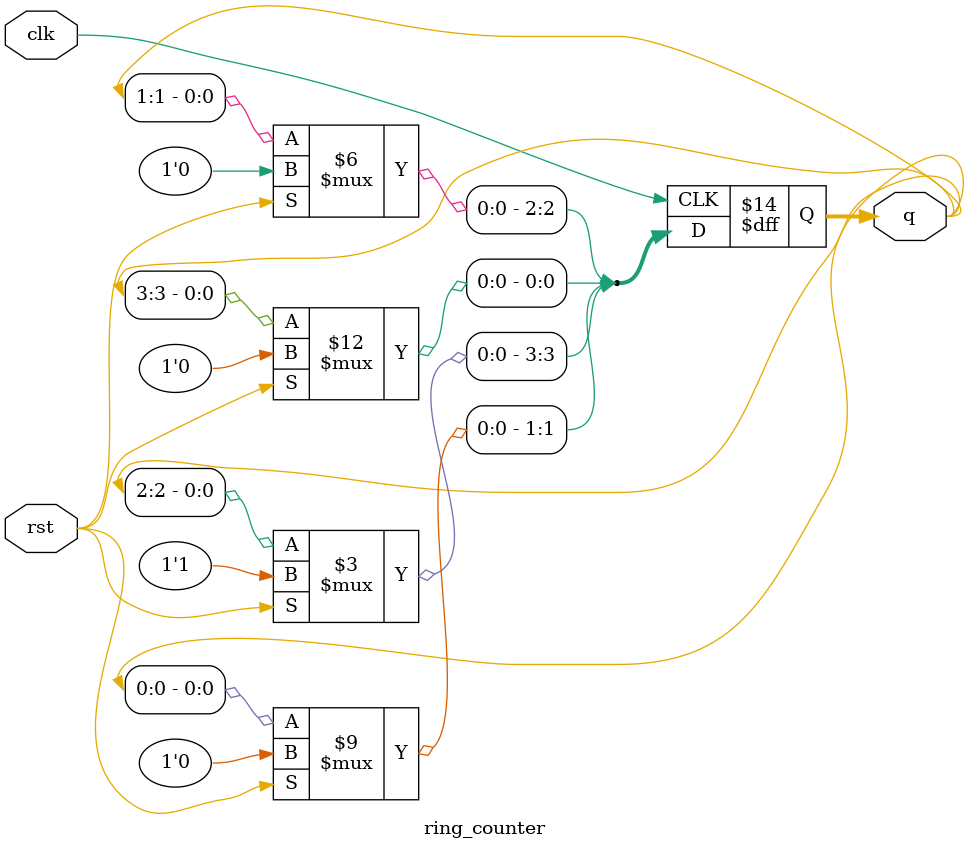
<source format=v>
`timescale 1ns / 1ps
module ring_counter(
    input clk,rst,
    output reg [3:0] q
    );
    always@(posedge clk)
begin
     if(rst)q<=1000;
     else 
     begin
     q[0]<=q[3];
     q[1]<=q[0];
     q[2]<=q[1];
     q[3]<=q[2];
    end
    end
    endmodule

</source>
